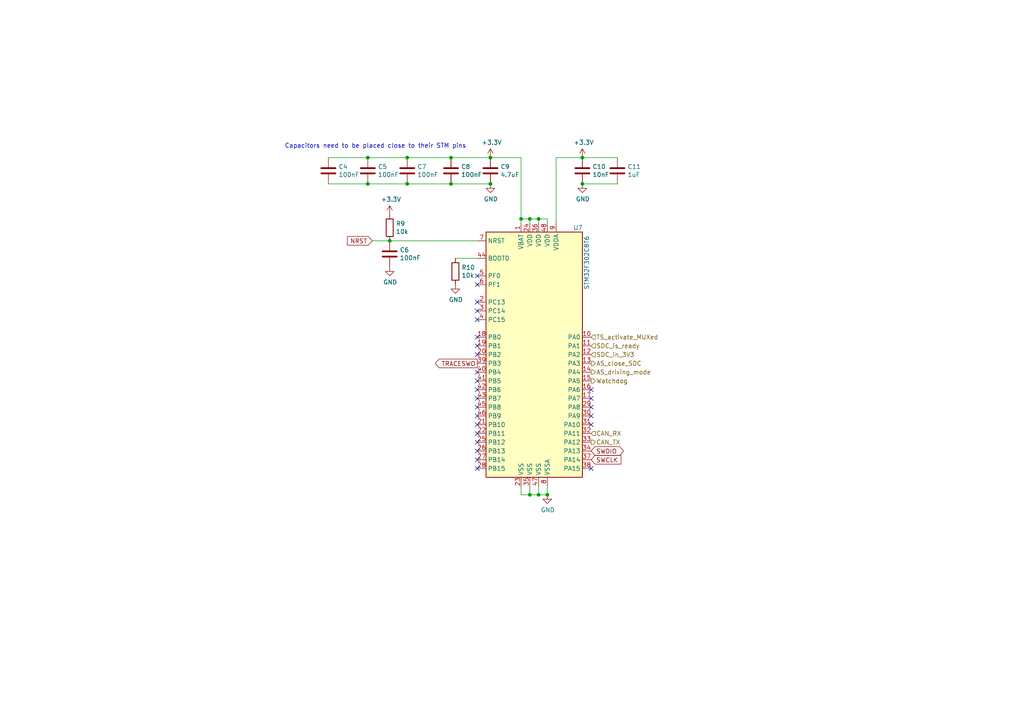
<source format=kicad_sch>
(kicad_sch (version 20211123) (generator eeschema)
  (paper "A4")
  (title_block (title "SDCL - CU") (date "2021-12-16") (rev "v1.0") (company "FaSTTUBe - Formula Student Team TU Berlin") (comment 1 "Car 113") (comment 2 "EBS Electronics") (comment 3 "CU for CAN Bus connection to supervisor"))
  (lib_symbols
    (symbol "Device:C" (pin_numbers hide) (pin_names (offset 0.254))
      (property "Reference" "C" (at 0.635 2.54 0))
      (property "Value" "C" (at 0.635 -2.54 0))
      (symbol "C_0_1"
        (polyline (pts (xy -2.032 -0.762) (xy 2.032 -0.762)) (stroke (width 0.508)))
        (polyline (pts (xy -2.032 0.762) (xy 2.032 0.762)) (stroke (width 0.508)))
      )
      (symbol "C_1_1"
        (pin passive line (at 0 3.81 270) (length 2.794) (name "~") (number "1"))
        (pin passive line (at 0 -3.81 90) (length 2.794) (name "~") (number "2"))
      )
    )
    (symbol "Device:R" (pin_numbers hide) (pin_names (offset 0))
      (property "Reference" "R" (at 2.032 0 90))
      (property "Value" "R" (at 0 0 90))
      (symbol "R_0_1"
        (rectangle (start -1.016 -2.54) (end 1.016 2.54) (stroke (width 0.254)))
      )
      (symbol "R_1_1"
        (pin passive line (at 0 3.81 270) (length 1.27) (name "~") (number "1"))
        (pin passive line (at 0 -3.81 90) (length 1.27) (name "~") (number "2"))
      )
    )
    (symbol "MCU_ST_STM32F3:STM32F302C8Tx"
      (property "Reference" "U" (at -15.24 36.83 0))
      (property "Value" "STM32F302C8Tx" (at 7.62 36.83 0))
      (symbol "STM32F302C8Tx_0_1"
        (rectangle (start -15.24 -35.56) (end 12.7 35.56) (stroke (width 0.254)) (fill (type background)))
      )
      (symbol "STM32F302C8Tx_1_1"
        (pin power_in line (at -5.08 38.1 270) (length 2.54) (name "VBAT") (number "1"))
        (pin bidirectional line (at 15.24 5.08 180) (length 2.54) (name "PA0") (number "10"))
        (pin bidirectional line (at 15.24 2.54 180) (length 2.54) (name "PA1") (number "11"))
        (pin bidirectional line (at 15.24 0 180) (length 2.54) (name "PA2") (number "12"))
        (pin bidirectional line (at 15.24 -2.54 180) (length 2.54) (name "PA3") (number "13"))
        (pin bidirectional line (at 15.24 -5.08 180) (length 2.54) (name "PA4") (number "14"))
        (pin bidirectional line (at 15.24 -7.62 180) (length 2.54) (name "PA5") (number "15"))
        (pin bidirectional line (at 15.24 -10.16 180) (length 2.54) (name "PA6") (number "16"))
        (pin bidirectional line (at 15.24 -12.7 180) (length 2.54) (name "PA7") (number "17"))
        (pin bidirectional line (at -17.78 5.08 0) (length 2.54) (name "PB0") (number "18"))
        (pin bidirectional line (at -17.78 2.54 0) (length 2.54) (name "PB1") (number "19"))
        (pin bidirectional line (at -17.78 15.24 0) (length 2.54) (name "PC13") (number "2"))
        (pin bidirectional line (at -17.78 0 0) (length 2.54) (name "PB2") (number "20"))
        (pin bidirectional line (at -17.78 -20.32 0) (length 2.54) (name "PB10") (number "21"))
        (pin bidirectional line (at -17.78 -22.86 0) (length 2.54) (name "PB11") (number "22"))
        (pin power_in line (at -5.08 -38.1 90) (length 2.54) (name "VSS") (number "23"))
        (pin power_in line (at -2.54 38.1 270) (length 2.54) (name "VDD") (number "24"))
        (pin bidirectional line (at -17.78 -25.4 0) (length 2.54) (name "PB12") (number "25"))
        (pin bidirectional line (at -17.78 -27.94 0) (length 2.54) (name "PB13") (number "26"))
        (pin bidirectional line (at -17.78 -30.48 0) (length 2.54) (name "PB14") (number "27"))
        (pin bidirectional line (at -17.78 -33.02 0) (length 2.54) (name "PB15") (number "28"))
        (pin bidirectional line (at 15.24 -15.24 180) (length 2.54) (name "PA8") (number "29"))
        (pin bidirectional line (at -17.78 12.7 0) (length 2.54) (name "PC14") (number "3"))
        (pin bidirectional line (at 15.24 -17.78 180) (length 2.54) (name "PA9") (number "30"))
        (pin bidirectional line (at 15.24 -20.32 180) (length 2.54) (name "PA10") (number "31"))
        (pin bidirectional line (at 15.24 -22.86 180) (length 2.54) (name "PA11") (number "32"))
        (pin bidirectional line (at 15.24 -25.4 180) (length 2.54) (name "PA12") (number "33"))
        (pin bidirectional line (at 15.24 -27.94 180) (length 2.54) (name "PA13") (number "34"))
        (pin power_in line (at -2.54 -38.1 90) (length 2.54) (name "VSS") (number "35"))
        (pin power_in line (at 0 38.1 270) (length 2.54) (name "VDD") (number "36"))
        (pin bidirectional line (at 15.24 -30.48 180) (length 2.54) (name "PA14") (number "37"))
        (pin bidirectional line (at 15.24 -33.02 180) (length 2.54) (name "PA15") (number "38"))
        (pin bidirectional line (at -17.78 -2.54 0) (length 2.54) (name "PB3") (number "39"))
        (pin bidirectional line (at -17.78 10.16 0) (length 2.54) (name "PC15") (number "4"))
        (pin bidirectional line (at -17.78 -5.08 0) (length 2.54) (name "PB4") (number "40"))
        (pin bidirectional line (at -17.78 -7.62 0) (length 2.54) (name "PB5") (number "41"))
        (pin bidirectional line (at -17.78 -10.16 0) (length 2.54) (name "PB6") (number "42"))
        (pin bidirectional line (at -17.78 -12.7 0) (length 2.54) (name "PB7") (number "43"))
        (pin input line (at -17.78 27.94 0) (length 2.54) (name "BOOT0") (number "44"))
        (pin bidirectional line (at -17.78 -15.24 0) (length 2.54) (name "PB8") (number "45"))
        (pin bidirectional line (at -17.78 -17.78 0) (length 2.54) (name "PB9") (number "46"))
        (pin power_in line (at 0 -38.1 90) (length 2.54) (name "VSS") (number "47"))
        (pin power_in line (at 2.54 38.1 270) (length 2.54) (name "VDD") (number "48"))
        (pin input line (at -17.78 22.86 0) (length 2.54) (name "PF0") (number "5"))
        (pin input line (at -17.78 20.32 0) (length 2.54) (name "PF1") (number "6"))
        (pin input line (at -17.78 33.02 0) (length 2.54) (name "NRST") (number "7"))
        (pin power_in line (at 2.54 -38.1 90) (length 2.54) (name "VSSA") (number "8"))
        (pin power_in line (at 5.08 38.1 270) (length 2.54) (name "VDDA") (number "9"))
      )
    )
    (symbol "power:+3.3V" (power) (pin_names (offset 0))
      (property "Value" "+3.3V" (at 0 3.556 0))
      (symbol "+3.3V_0_1"
        (polyline (pts (xy -0.762 1.27) (xy 0 2.54)))
        (polyline (pts (xy 0 0) (xy 0 2.54)))
        (polyline (pts (xy 0 2.54) (xy 0.762 1.27)))
      )
      (symbol "+3.3V_1_1"
        (pin power_in line (at 0 0 90) (length 0) hide (name "+3.3V") (number "1"))
      )
    )
    (symbol "power:GND" (power) (pin_names (offset 0))
      (property "Value" "GND" (at 0 -3.81 0))
      (symbol "GND_0_1"
        (polyline (pts (xy 0 0) (xy 0 -1.27) (xy 1.27 -1.27) (xy 0 -2.54) (xy -1.27 -1.27) (xy 0 -1.27)))
      )
      (symbol "GND_1_1"
        (pin power_in line (at 0 0 270) (length 0) hide (name "GND") (number "1"))
      )
    )
  )
  (junction (at 106.68 45.72))
  (junction (at 142.24 53.34))
  (junction (at 118.11 45.72))
  (junction (at 118.11 53.34))
  (junction (at 106.68 53.34))
  (junction (at 153.67 63.5))
  (junction (at 168.91 45.72))
  (junction (at 130.81 53.34))
  (junction (at 142.24 45.72))
  (junction (at 158.75 143.51))
  (junction (at 113.03 69.85))
  (junction (at 156.21 63.5))
  (junction (at 153.67 143.51))
  (junction (at 151.13 63.5))
  (junction (at 130.81 45.72))
  (junction (at 156.21 143.51))
  (junction (at 168.91 53.34))
  (no_connect (at 138.43 125.73))
  (no_connect (at 171.45 123.19))
  (no_connect (at 138.43 133.35))
  (no_connect (at 138.43 113.03))
  (no_connect (at 138.43 82.55))
  (no_connect (at 138.43 87.63))
  (no_connect (at 138.43 120.65))
  (no_connect (at 138.43 110.49))
  (no_connect (at 138.43 92.71))
  (no_connect (at 171.45 120.65))
  (no_connect (at 138.43 128.27))
  (no_connect (at 138.43 115.57))
  (no_connect (at 138.43 80.01))
  (no_connect (at 171.45 135.89))
  (no_connect (at 138.43 90.17))
  (no_connect (at 138.43 97.79))
  (no_connect (at 138.43 100.33))
  (no_connect (at 138.43 102.87))
  (no_connect (at 171.45 113.03))
  (no_connect (at 138.43 130.81))
  (no_connect (at 138.43 107.95))
  (no_connect (at 138.43 135.89))
  (no_connect (at 171.45 118.11))
  (no_connect (at 171.45 115.57))
  (no_connect (at 138.43 123.19))
  (no_connect (at 138.43 118.11))
  (wire (pts (xy 153.67 63.5) (xy 153.67 64.77)))
  (wire (pts (xy 158.75 63.5) (xy 156.21 63.5)))
  (wire (pts (xy 161.29 45.72) (xy 161.29 64.77)))
  (wire (pts (xy 153.67 140.97) (xy 153.67 143.51)))
  (wire (pts (xy 156.21 140.97) (xy 156.21 143.51)))
  (wire (pts (xy 158.75 64.77) (xy 158.75 63.5)))
  (wire (pts (xy 158.75 143.51) (xy 156.21 143.51)))
  (wire (pts (xy 130.81 53.34) (xy 142.24 53.34)))
  (wire (pts (xy 168.91 53.34) (xy 179.07 53.34)))
  (wire (pts (xy 142.24 45.72) (xy 151.13 45.72)))
  (wire (pts (xy 107.95 69.85) (xy 113.03 69.85)))
  (wire (pts (xy 156.21 63.5) (xy 153.67 63.5)))
  (wire (pts (xy 161.29 45.72) (xy 168.91 45.72)))
  (wire (pts (xy 113.03 69.85) (xy 138.43 69.85)))
  (wire (pts (xy 158.75 140.97) (xy 158.75 143.51)))
  (wire (pts (xy 168.91 45.72) (xy 179.07 45.72)))
  (wire (pts (xy 156.21 143.51) (xy 153.67 143.51)))
  (wire (pts (xy 132.08 74.93) (xy 138.43 74.93)))
  (wire (pts (xy 95.25 53.34) (xy 106.68 53.34)))
  (wire (pts (xy 151.13 140.97) (xy 151.13 143.51)))
  (wire (pts (xy 106.68 45.72) (xy 118.11 45.72)))
  (wire (pts (xy 151.13 143.51) (xy 153.67 143.51)))
  (wire (pts (xy 106.68 53.34) (xy 118.11 53.34)))
  (wire (pts (xy 106.68 45.72) (xy 95.25 45.72)))
  (wire (pts (xy 151.13 63.5) (xy 151.13 64.77)))
  (wire (pts (xy 151.13 45.72) (xy 151.13 63.5)))
  (wire (pts (xy 118.11 53.34) (xy 130.81 53.34)))
  (wire (pts (xy 156.21 64.77) (xy 156.21 63.5)))
  (wire (pts (xy 153.67 63.5) (xy 151.13 63.5)))
  (wire (pts (xy 118.11 45.72) (xy 130.81 45.72)))
  (wire (pts (xy 130.81 45.72) (xy 142.24 45.72)))
  (text "Capacitors need to be placed close to their STM pins" (at 82.55 43.18 0) (effects (font (size 1.27 1.27)) (justify left bottom)))
  (global_label "SWDIO" (shape bidirectional) (at 171.45 130.81 0) (property "Intersheet References" "${INTERSHEET_REFS}" (effects hide)))
  (global_label "NRST" (shape input) (at 107.95 69.85 180) (property "Intersheet References" "${INTERSHEET_REFS}" (effects hide)))
  (global_label "TRACESWO" (shape output) (at 138.43 105.41 180) (property "Intersheet References" "${INTERSHEET_REFS}" (effects hide)))
  (global_label "SWCLK" (shape input) (at 171.45 133.35 0) (property "Intersheet References" "${INTERSHEET_REFS}" (effects hide)))
  (hierarchical_label "SDC_is_ready" (shape input) (at 171.45 100.33 0))
  (hierarchical_label "CAN_RX" (shape input) (at 171.45 125.73 0))
  (hierarchical_label "CAN_TX" (shape output) (at 171.45 128.27 0))
  (hierarchical_label "Watchdog" (shape output) (at 171.45 110.49 0))
  (hierarchical_label "AS_close_SDC" (shape output) (at 171.45 105.41 0))
  (hierarchical_label "AS_driving_mode" (shape output) (at 171.45 107.95 0))
  (hierarchical_label "TS_activate_MUXed" (shape input) (at 171.45 97.79 0))
  (hierarchical_label "SDC_in_3V3" (shape input) (at 171.45 102.87 0))
  (symbol (lib_id "Device:C") (at 130.81 49.53 0) (unit 1)
    (property "Reference" "C8" (at 133.731 48.3616 0) (effects (justify left)))
    (property "Value" "100nF" (at 133.731 50.673 0) (effects (justify left)))
    (property "Footprint" "Capacitor_SMD:C_0603_1608Metric_Pad1.05x0.95mm_HandSolder" (effects hide))
  )
  (symbol (lib_id "Device:C") (at 142.24 49.53 0) (unit 1)
    (property "Reference" "C9" (at 145.161 48.3616 0) (effects (justify left)))
    (property "Value" "4.7uF" (at 145.161 50.673 0) (effects (justify left)))
    (property "Footprint" "Capacitor_SMD:C_0603_1608Metric_Pad1.05x0.95mm_HandSolder" (effects hide))
  )
  (symbol (lib_id "Device:C") (at 118.11 49.53 0) (unit 1)
    (property "Reference" "C7" (at 121.031 48.3616 0) (effects (justify left)))
    (property "Value" "100nF" (at 121.031 50.673 0) (effects (justify left)))
    (property "Footprint" "Capacitor_SMD:C_0603_1608Metric_Pad1.05x0.95mm_HandSolder" (effects hide))
  )
  (symbol (lib_id "Device:C") (at 106.68 49.53 0) (unit 1)
    (property "Reference" "C5" (at 109.601 48.3616 0) (effects (justify left)))
    (property "Value" "100nF" (at 109.601 50.673 0) (effects (justify left)))
    (property "Footprint" "Capacitor_SMD:C_0603_1608Metric_Pad1.05x0.95mm_HandSolder" (effects hide))
  )
  (symbol (lib_id "Device:C") (at 95.25 49.53 0) (unit 1)
    (property "Reference" "C4" (at 98.171 48.3616 0) (effects (justify left)))
    (property "Value" "100nF" (at 98.171 50.673 0) (effects (justify left)))
    (property "Footprint" "Capacitor_SMD:C_0603_1608Metric_Pad1.05x0.95mm_HandSolder" (effects hide))
  )
  (symbol (lib_id "power:GND") (at 142.24 53.34 0) (unit 1)
    (property "Reference" "#PWR0133" (effects hide))
    (property "Value" "GND" (at 142.367 57.7342 0))
  )
  (symbol (lib_id "power:GND") (at 158.75 143.51 0) (unit 1)
    (property "Reference" "#PWR0140" (effects hide))
    (property "Value" "GND" (at 158.877 147.9042 0))
  )
  (symbol (lib_id "Device:C") (at 168.91 49.53 0) (unit 1)
    (property "Reference" "C10" (at 171.831 48.3616 0) (effects (justify left)))
    (property "Value" "10nF" (at 171.831 50.673 0) (effects (justify left)))
    (property "Footprint" "Capacitor_SMD:C_0603_1608Metric_Pad1.05x0.95mm_HandSolder" (effects hide))
  )
  (symbol (lib_id "Device:C") (at 179.07 49.53 0) (unit 1)
    (property "Reference" "C11" (at 181.991 48.3616 0) (effects (justify left)))
    (property "Value" "1uF" (at 181.991 50.673 0) (effects (justify left)))
    (property "Footprint" "Capacitor_SMD:C_0603_1608Metric_Pad1.05x0.95mm_HandSolder" (effects hide))
  )
  (symbol (lib_id "power:GND") (at 168.91 53.34 0) (unit 1)
    (property "Reference" "#PWR0134" (effects hide))
    (property "Value" "GND" (at 169.037 57.7342 0))
  )
  (symbol (lib_id "Device:R") (at 132.08 78.74 0) (unit 1)
    (property "Reference" "R10" (at 133.858 77.5716 0) (effects (justify left)))
    (property "Value" "10k" (at 133.858 79.883 0) (effects (justify left)))
    (property "Footprint" "Resistor_SMD:R_0603_1608Metric_Pad1.05x0.95mm_HandSolder" (effects hide))
  )
  (symbol (lib_id "MCU_ST_STM32F3:STM32F302C8Tx") (at 156.21 102.87 0) (unit 1)
    (property "Reference" "U7" (at 167.64 66.04 0))
    (property "Value" "STM32F302C8T6" (at 170.18 76.2 90))
    (property "Footprint" "Package_QFP:LQFP-48_7x7mm_P0.5mm" (effects hide))
    (property "Datasheet" "http://www.st.com/st-web-ui/static/active/en/resource/technical/document/datasheet/DM00093333.pdf" (effects hide))
  )
  (symbol (lib_id "power:GND") (at 132.08 82.55 0) (unit 1)
    (property "Reference" "#PWR0136" (effects hide))
    (property "Value" "GND" (at 132.207 86.9442 0))
  )
  (symbol (lib_id "Device:R") (at 113.03 66.04 0) (unit 1)
    (property "Reference" "R9" (at 114.808 64.8716 0) (effects (justify left)))
    (property "Value" "10k" (at 114.808 67.183 0) (effects (justify left)))
    (property "Footprint" "Resistor_SMD:R_0603_1608Metric_Pad1.05x0.95mm_HandSolder" (effects hide))
  )
  (symbol (lib_id "Device:C") (at 113.03 73.66 0) (unit 1)
    (property "Reference" "C6" (at 115.951 72.4916 0) (effects (justify left)))
    (property "Value" "100nF" (at 115.951 74.803 0) (effects (justify left)))
    (property "Footprint" "Capacitor_SMD:C_0603_1608Metric_Pad1.05x0.95mm_HandSolder" (effects hide))
  )
  (symbol (lib_id "power:GND") (at 113.03 77.47 0) (unit 1)
    (property "Reference" "#PWR0135" (effects hide))
    (property "Value" "GND" (at 113.157 81.8642 0))
  )
  (symbol (lib_id "power:+3.3V") (at 142.24 45.72 0) (unit 1)
    (property "Reference" "#PWR0137" (effects hide))
    (property "Value" "+3.3V" (at 142.621 41.3258 0))
  )
  (symbol (lib_id "power:+3.3V") (at 168.91 45.72 0) (unit 1)
    (property "Reference" "#PWR0138" (effects hide))
    (property "Value" "+3.3V" (at 169.291 41.3258 0))
  )
  (symbol (lib_id "power:+3.3V") (at 113.03 62.23 0) (unit 1)
    (property "Reference" "#PWR0139" (effects hide))
    (property "Value" "+3.3V" (at 113.411 57.8358 0))
  )
)
</source>
